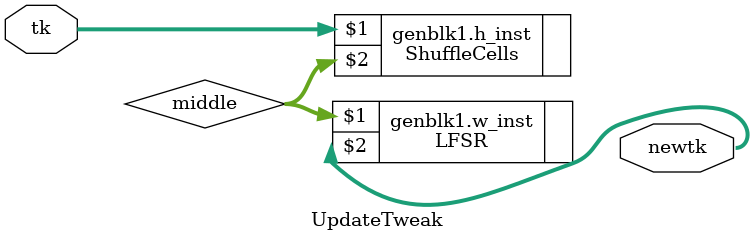
<source format=sv>
`timescale 1ns / 1ps

module UpdateTweak
    #(
        parameter n=128,
        parameter [0:63] perm=64'b0,
        parameter inv=0
    )
    (
        input wire [n-1:0] tk,
        output wire [n-1:0] newtk
    );
    generate
        wire [n-1:0] middle;
        if(inv)begin
            LFSR #(.n(n), .inv(inv)) w_inst(tk, middle);
            ShuffleCells #(.n(n), .perm(perm)) h_inst(middle, newtk);
        end
        else begin
            ShuffleCells #(.n(n), .perm(perm)) h_inst(tk, middle);
            LFSR #(.n(n), .inv(inv)) w_inst(middle, newtk);
        end
    endgenerate
endmodule

</source>
